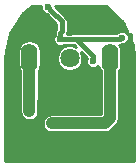
<source format=gbr>
G04 #@! TF.FileFunction,Copper,L2,Bot,Signal*
%FSLAX46Y46*%
G04 Gerber Fmt 4.6, Leading zero omitted, Abs format (unit mm)*
G04 Created by KiCad (PCBNEW 4.0.4-stable) date 08/26/17 16:23:53*
%MOMM*%
%LPD*%
G01*
G04 APERTURE LIST*
%ADD10C,0.100000*%
%ADD11O,1.420000X2.420000*%
%ADD12C,1.630000*%
%ADD13C,0.600000*%
%ADD14C,0.890000*%
%ADD15C,0.400000*%
%ADD16C,1.000000*%
%ADD17C,0.254000*%
G04 APERTURE END LIST*
D10*
D11*
X111110000Y-66970000D03*
D12*
X114510000Y-67020000D03*
D11*
X117910000Y-66970000D03*
D13*
X115675000Y-64275000D03*
X113225000Y-64400000D03*
X117000000Y-73525000D03*
X114850000Y-68475000D03*
D14*
X111100000Y-71500000D03*
X111100000Y-70500000D03*
D13*
X118930000Y-65260000D03*
X113725000Y-65400000D03*
X112675000Y-62700000D03*
X116500000Y-67275000D03*
D14*
X113000000Y-72500000D03*
X114000000Y-72500000D03*
D15*
X112215010Y-65409990D02*
X112215010Y-66449212D01*
X112215010Y-66449212D02*
X114240798Y-68475000D01*
X114240798Y-68475000D02*
X114425736Y-68475000D01*
X114425736Y-68475000D02*
X114850000Y-68475000D01*
X119587739Y-65050260D02*
X119587739Y-71614355D01*
X119587739Y-71614355D02*
X117677094Y-73525000D01*
X117677094Y-73525000D02*
X117424264Y-73525000D01*
X117424264Y-73525000D02*
X117000000Y-73525000D01*
X116575736Y-73525000D02*
X117000000Y-73525000D01*
X113225000Y-64400000D02*
X112215010Y-65409990D01*
X112215010Y-65409990D02*
X110670930Y-65409990D01*
D16*
X111100000Y-70500000D02*
X111100000Y-71500000D01*
X111110000Y-66970000D02*
X111110000Y-70490000D01*
X111110000Y-70490000D02*
X111100000Y-70500000D01*
D15*
X114975000Y-65390950D02*
X118799050Y-65390950D01*
X118799050Y-65390950D02*
X118930000Y-65260000D01*
X113725000Y-65400000D02*
X113725000Y-64862002D01*
X113725000Y-64862002D02*
X113875001Y-64712001D01*
X113875001Y-64712001D02*
X113875001Y-63900001D01*
X113875001Y-63900001D02*
X112974999Y-62999999D01*
X112974999Y-62999999D02*
X112675000Y-62700000D01*
X113725000Y-65400000D02*
X114975000Y-65390950D01*
X116500000Y-67275000D02*
X116500000Y-66850736D01*
X116500000Y-66850736D02*
X115040214Y-65390950D01*
X115040214Y-65390950D02*
X114975000Y-65390950D01*
D16*
X114000000Y-72500000D02*
X113000000Y-72500000D01*
X117910000Y-72090000D02*
X117500000Y-72500000D01*
X117500000Y-72500000D02*
X114000000Y-72500000D01*
X117910000Y-66970000D02*
X117910000Y-72090000D01*
D17*
G36*
X112098100Y-62584724D02*
X112097900Y-62814269D01*
X112185558Y-63026417D01*
X112347729Y-63188871D01*
X112559724Y-63276900D01*
X112577335Y-63276915D01*
X113398001Y-64097581D01*
X113398001Y-64514421D01*
X113387710Y-64524712D01*
X113284309Y-64679462D01*
X113248000Y-64862002D01*
X113248000Y-65060879D01*
X113236129Y-65072729D01*
X113148100Y-65284724D01*
X113147900Y-65514269D01*
X113235558Y-65726417D01*
X113397729Y-65888871D01*
X113609724Y-65976900D01*
X113839269Y-65977100D01*
X114051417Y-65889442D01*
X114066344Y-65874541D01*
X114843597Y-65868913D01*
X115026933Y-66052249D01*
X114728165Y-65928190D01*
X114293741Y-65927810D01*
X113892240Y-66093707D01*
X113584787Y-66400624D01*
X113418190Y-66801835D01*
X113417810Y-67236259D01*
X113583707Y-67637760D01*
X113890624Y-67945213D01*
X114291835Y-68111810D01*
X114726259Y-68112190D01*
X115127760Y-67946293D01*
X115435213Y-67639376D01*
X115601810Y-67238165D01*
X115602190Y-66803741D01*
X115478097Y-66503413D01*
X115985099Y-67010415D01*
X115923100Y-67159724D01*
X115922900Y-67389269D01*
X116010558Y-67601417D01*
X116172729Y-67763871D01*
X116384724Y-67851900D01*
X116614269Y-67852100D01*
X116826417Y-67764442D01*
X116951030Y-67640046D01*
X116998131Y-67876841D01*
X117133000Y-68078686D01*
X117133000Y-71723000D01*
X113000000Y-71723000D01*
X112702655Y-71782146D01*
X112450578Y-71950578D01*
X112282146Y-72202655D01*
X112223000Y-72500000D01*
X112282146Y-72797345D01*
X112450578Y-73049422D01*
X112702655Y-73217854D01*
X113000000Y-73277000D01*
X117500000Y-73277000D01*
X117797345Y-73217854D01*
X118049422Y-73049422D01*
X118459422Y-72639422D01*
X118627854Y-72387345D01*
X118687000Y-72090000D01*
X118687000Y-68078686D01*
X118821869Y-67876841D01*
X118897000Y-67499132D01*
X118897000Y-66440868D01*
X118821869Y-66063159D01*
X118691434Y-65867950D01*
X118799050Y-65867950D01*
X118954538Y-65837022D01*
X119044269Y-65837100D01*
X119256417Y-65749442D01*
X119418871Y-65587271D01*
X119506900Y-65375276D01*
X119507100Y-65145731D01*
X119419442Y-64933583D01*
X119257271Y-64771129D01*
X119045276Y-64683100D01*
X118815731Y-64682900D01*
X118603583Y-64770558D01*
X118459941Y-64913950D01*
X114975000Y-64913950D01*
X114973276Y-64914293D01*
X114971547Y-64913962D01*
X114299464Y-64918828D01*
X114315692Y-64894542D01*
X114352001Y-64712001D01*
X114352001Y-63900001D01*
X114315692Y-63717461D01*
X114212291Y-63562711D01*
X113252085Y-62602505D01*
X113252100Y-62585731D01*
X113238623Y-62553114D01*
X117623170Y-62553114D01*
X119047526Y-63950393D01*
X119861073Y-65862369D01*
X119973000Y-66945496D01*
X119973000Y-75673000D01*
X109027000Y-75673000D01*
X109027000Y-66960793D01*
X109130421Y-66440868D01*
X110123000Y-66440868D01*
X110123000Y-67499132D01*
X110198131Y-67876841D01*
X110333000Y-68078686D01*
X110333000Y-70449727D01*
X110323000Y-70500000D01*
X110323000Y-71500000D01*
X110382146Y-71797345D01*
X110550578Y-72049422D01*
X110802655Y-72217854D01*
X111100000Y-72277000D01*
X111397345Y-72217854D01*
X111649422Y-72049422D01*
X111817854Y-71797345D01*
X111877000Y-71500000D01*
X111877000Y-70540273D01*
X111887000Y-70490000D01*
X111887000Y-68078686D01*
X112021869Y-67876841D01*
X112097000Y-67499132D01*
X112097000Y-66440868D01*
X112021869Y-66063159D01*
X111807914Y-65742954D01*
X111487709Y-65528999D01*
X111110000Y-65453868D01*
X110732291Y-65528999D01*
X110412086Y-65742954D01*
X110198131Y-66063159D01*
X110123000Y-66440868D01*
X109130421Y-66440868D01*
X109435702Y-64906143D01*
X110590080Y-63178509D01*
X111359633Y-62553114D01*
X112111226Y-62553114D01*
X112098100Y-62584724D01*
X112098100Y-62584724D01*
G37*
X112098100Y-62584724D02*
X112097900Y-62814269D01*
X112185558Y-63026417D01*
X112347729Y-63188871D01*
X112559724Y-63276900D01*
X112577335Y-63276915D01*
X113398001Y-64097581D01*
X113398001Y-64514421D01*
X113387710Y-64524712D01*
X113284309Y-64679462D01*
X113248000Y-64862002D01*
X113248000Y-65060879D01*
X113236129Y-65072729D01*
X113148100Y-65284724D01*
X113147900Y-65514269D01*
X113235558Y-65726417D01*
X113397729Y-65888871D01*
X113609724Y-65976900D01*
X113839269Y-65977100D01*
X114051417Y-65889442D01*
X114066344Y-65874541D01*
X114843597Y-65868913D01*
X115026933Y-66052249D01*
X114728165Y-65928190D01*
X114293741Y-65927810D01*
X113892240Y-66093707D01*
X113584787Y-66400624D01*
X113418190Y-66801835D01*
X113417810Y-67236259D01*
X113583707Y-67637760D01*
X113890624Y-67945213D01*
X114291835Y-68111810D01*
X114726259Y-68112190D01*
X115127760Y-67946293D01*
X115435213Y-67639376D01*
X115601810Y-67238165D01*
X115602190Y-66803741D01*
X115478097Y-66503413D01*
X115985099Y-67010415D01*
X115923100Y-67159724D01*
X115922900Y-67389269D01*
X116010558Y-67601417D01*
X116172729Y-67763871D01*
X116384724Y-67851900D01*
X116614269Y-67852100D01*
X116826417Y-67764442D01*
X116951030Y-67640046D01*
X116998131Y-67876841D01*
X117133000Y-68078686D01*
X117133000Y-71723000D01*
X113000000Y-71723000D01*
X112702655Y-71782146D01*
X112450578Y-71950578D01*
X112282146Y-72202655D01*
X112223000Y-72500000D01*
X112282146Y-72797345D01*
X112450578Y-73049422D01*
X112702655Y-73217854D01*
X113000000Y-73277000D01*
X117500000Y-73277000D01*
X117797345Y-73217854D01*
X118049422Y-73049422D01*
X118459422Y-72639422D01*
X118627854Y-72387345D01*
X118687000Y-72090000D01*
X118687000Y-68078686D01*
X118821869Y-67876841D01*
X118897000Y-67499132D01*
X118897000Y-66440868D01*
X118821869Y-66063159D01*
X118691434Y-65867950D01*
X118799050Y-65867950D01*
X118954538Y-65837022D01*
X119044269Y-65837100D01*
X119256417Y-65749442D01*
X119418871Y-65587271D01*
X119506900Y-65375276D01*
X119507100Y-65145731D01*
X119419442Y-64933583D01*
X119257271Y-64771129D01*
X119045276Y-64683100D01*
X118815731Y-64682900D01*
X118603583Y-64770558D01*
X118459941Y-64913950D01*
X114975000Y-64913950D01*
X114973276Y-64914293D01*
X114971547Y-64913962D01*
X114299464Y-64918828D01*
X114315692Y-64894542D01*
X114352001Y-64712001D01*
X114352001Y-63900001D01*
X114315692Y-63717461D01*
X114212291Y-63562711D01*
X113252085Y-62602505D01*
X113252100Y-62585731D01*
X113238623Y-62553114D01*
X117623170Y-62553114D01*
X119047526Y-63950393D01*
X119861073Y-65862369D01*
X119973000Y-66945496D01*
X119973000Y-75673000D01*
X109027000Y-75673000D01*
X109027000Y-66960793D01*
X109130421Y-66440868D01*
X110123000Y-66440868D01*
X110123000Y-67499132D01*
X110198131Y-67876841D01*
X110333000Y-68078686D01*
X110333000Y-70449727D01*
X110323000Y-70500000D01*
X110323000Y-71500000D01*
X110382146Y-71797345D01*
X110550578Y-72049422D01*
X110802655Y-72217854D01*
X111100000Y-72277000D01*
X111397345Y-72217854D01*
X111649422Y-72049422D01*
X111817854Y-71797345D01*
X111877000Y-71500000D01*
X111877000Y-70540273D01*
X111887000Y-70490000D01*
X111887000Y-68078686D01*
X112021869Y-67876841D01*
X112097000Y-67499132D01*
X112097000Y-66440868D01*
X112021869Y-66063159D01*
X111807914Y-65742954D01*
X111487709Y-65528999D01*
X111110000Y-65453868D01*
X110732291Y-65528999D01*
X110412086Y-65742954D01*
X110198131Y-66063159D01*
X110123000Y-66440868D01*
X109130421Y-66440868D01*
X109435702Y-64906143D01*
X110590080Y-63178509D01*
X111359633Y-62553114D01*
X112111226Y-62553114D01*
X112098100Y-62584724D01*
M02*

</source>
